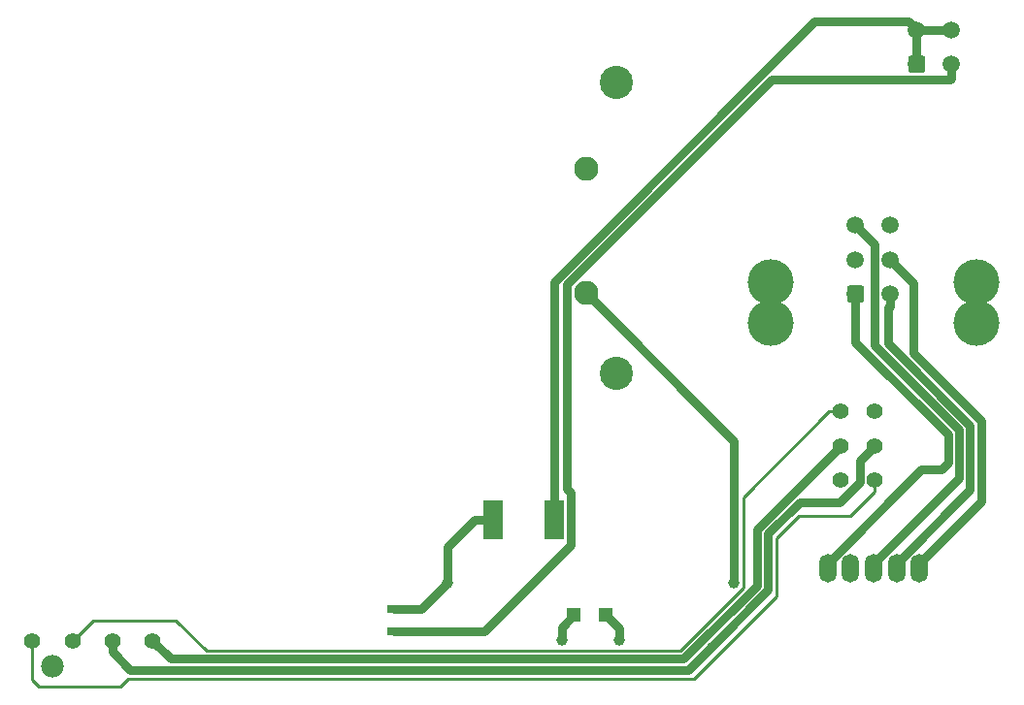
<source format=gtl>
G04 #@! TF.GenerationSoftware,KiCad,Pcbnew,5.1.4-e60b266~84~ubuntu18.04.1*
G04 #@! TF.CreationDate,2020-01-06T17:57:10-05:00*
G04 #@! TF.ProjectId,AIR_MINUS,4149525f-4d49-44e5-9553-2e6b69636164,rev?*
G04 #@! TF.SameCoordinates,Original*
G04 #@! TF.FileFunction,Copper,L1,Top*
G04 #@! TF.FilePolarity,Positive*
%FSLAX46Y46*%
G04 Gerber Fmt 4.6, Leading zero omitted, Abs format (unit mm)*
G04 Created by KiCad (PCBNEW 5.1.4-e60b266~84~ubuntu18.04.1) date 2020-01-06 17:57:10*
%MOMM*%
%LPD*%
G04 APERTURE LIST*
%ADD10O,1.500000X2.500000*%
%ADD11C,4.000000*%
%ADD12C,1.000000*%
%ADD13C,1.500000*%
%ADD14C,0.100000*%
%ADD15R,1.200000X1.200000*%
%ADD16R,1.780000X3.500000*%
%ADD17C,1.397000*%
%ADD18C,1.981000*%
%ADD19C,2.900000*%
%ADD20C,2.120000*%
%ADD21R,1.300000X0.700000*%
%ADD22C,1.400000*%
%ADD23C,0.762000*%
%ADD24C,0.250000*%
G04 APERTURE END LIST*
D10*
X135352800Y-169526000D03*
X137352800Y-169526000D03*
X139352800Y-169526000D03*
X141352800Y-169526000D03*
D11*
X130352800Y-148026000D03*
X130352800Y-144526000D03*
X148352800Y-144526000D03*
D10*
X143352800Y-169526000D03*
D11*
X148352800Y-148026000D03*
D12*
X117158800Y-175789600D03*
X112158800Y-175789600D03*
X127158800Y-170789600D03*
X102158800Y-170789600D03*
D13*
X140769600Y-139542000D03*
X140769600Y-142542000D03*
X140769600Y-145542000D03*
X137769600Y-139542000D03*
X137769600Y-142542000D03*
D14*
G36*
X138294104Y-144793204D02*
G01*
X138318373Y-144796804D01*
X138342171Y-144802765D01*
X138365271Y-144811030D01*
X138387449Y-144821520D01*
X138408493Y-144834133D01*
X138428198Y-144848747D01*
X138446377Y-144865223D01*
X138462853Y-144883402D01*
X138477467Y-144903107D01*
X138490080Y-144924151D01*
X138500570Y-144946329D01*
X138508835Y-144969429D01*
X138514796Y-144993227D01*
X138518396Y-145017496D01*
X138519600Y-145042000D01*
X138519600Y-146042000D01*
X138518396Y-146066504D01*
X138514796Y-146090773D01*
X138508835Y-146114571D01*
X138500570Y-146137671D01*
X138490080Y-146159849D01*
X138477467Y-146180893D01*
X138462853Y-146200598D01*
X138446377Y-146218777D01*
X138428198Y-146235253D01*
X138408493Y-146249867D01*
X138387449Y-146262480D01*
X138365271Y-146272970D01*
X138342171Y-146281235D01*
X138318373Y-146287196D01*
X138294104Y-146290796D01*
X138269600Y-146292000D01*
X137269600Y-146292000D01*
X137245096Y-146290796D01*
X137220827Y-146287196D01*
X137197029Y-146281235D01*
X137173929Y-146272970D01*
X137151751Y-146262480D01*
X137130707Y-146249867D01*
X137111002Y-146235253D01*
X137092823Y-146218777D01*
X137076347Y-146200598D01*
X137061733Y-146180893D01*
X137049120Y-146159849D01*
X137038630Y-146137671D01*
X137030365Y-146114571D01*
X137024404Y-146090773D01*
X137020804Y-146066504D01*
X137019600Y-146042000D01*
X137019600Y-145042000D01*
X137020804Y-145017496D01*
X137024404Y-144993227D01*
X137030365Y-144969429D01*
X137038630Y-144946329D01*
X137049120Y-144924151D01*
X137061733Y-144903107D01*
X137076347Y-144883402D01*
X137092823Y-144865223D01*
X137111002Y-144848747D01*
X137130707Y-144834133D01*
X137151751Y-144821520D01*
X137173929Y-144811030D01*
X137197029Y-144802765D01*
X137220827Y-144796804D01*
X137245096Y-144793204D01*
X137269600Y-144792000D01*
X138269600Y-144792000D01*
X138294104Y-144793204D01*
X138294104Y-144793204D01*
G37*
D13*
X137769600Y-145542000D03*
D15*
X113204800Y-173583600D03*
X116004800Y-173583600D03*
D16*
X106172000Y-165252400D03*
X111452000Y-165252400D03*
D17*
X76471600Y-175818800D03*
X72971600Y-175818800D03*
D18*
X67721600Y-178048800D03*
D17*
X65971600Y-175818800D03*
X69471600Y-175818800D03*
D13*
X146103600Y-122476000D03*
X146103600Y-125476000D03*
X143103600Y-122476000D03*
D14*
G36*
X143628104Y-124727204D02*
G01*
X143652373Y-124730804D01*
X143676171Y-124736765D01*
X143699271Y-124745030D01*
X143721449Y-124755520D01*
X143742493Y-124768133D01*
X143762198Y-124782747D01*
X143780377Y-124799223D01*
X143796853Y-124817402D01*
X143811467Y-124837107D01*
X143824080Y-124858151D01*
X143834570Y-124880329D01*
X143842835Y-124903429D01*
X143848796Y-124927227D01*
X143852396Y-124951496D01*
X143853600Y-124976000D01*
X143853600Y-125976000D01*
X143852396Y-126000504D01*
X143848796Y-126024773D01*
X143842835Y-126048571D01*
X143834570Y-126071671D01*
X143824080Y-126093849D01*
X143811467Y-126114893D01*
X143796853Y-126134598D01*
X143780377Y-126152777D01*
X143762198Y-126169253D01*
X143742493Y-126183867D01*
X143721449Y-126196480D01*
X143699271Y-126206970D01*
X143676171Y-126215235D01*
X143652373Y-126221196D01*
X143628104Y-126224796D01*
X143603600Y-126226000D01*
X142603600Y-126226000D01*
X142579096Y-126224796D01*
X142554827Y-126221196D01*
X142531029Y-126215235D01*
X142507929Y-126206970D01*
X142485751Y-126196480D01*
X142464707Y-126183867D01*
X142445002Y-126169253D01*
X142426823Y-126152777D01*
X142410347Y-126134598D01*
X142395733Y-126114893D01*
X142383120Y-126093849D01*
X142372630Y-126071671D01*
X142364365Y-126048571D01*
X142358404Y-126024773D01*
X142354804Y-126000504D01*
X142353600Y-125976000D01*
X142353600Y-124976000D01*
X142354804Y-124951496D01*
X142358404Y-124927227D01*
X142364365Y-124903429D01*
X142372630Y-124880329D01*
X142383120Y-124858151D01*
X142395733Y-124837107D01*
X142410347Y-124817402D01*
X142426823Y-124799223D01*
X142445002Y-124782747D01*
X142464707Y-124768133D01*
X142485751Y-124755520D01*
X142507929Y-124745030D01*
X142531029Y-124736765D01*
X142554827Y-124730804D01*
X142579096Y-124727204D01*
X142603600Y-124726000D01*
X143603600Y-124726000D01*
X143628104Y-124727204D01*
X143628104Y-124727204D01*
G37*
D13*
X143103600Y-125476000D03*
D19*
X116919200Y-152476200D03*
X116919200Y-127076200D03*
D20*
X114249200Y-145469200D03*
X114249200Y-134569200D03*
D21*
X97485200Y-173075600D03*
X97485200Y-174975600D03*
D22*
X139444000Y-155800800D03*
X139444000Y-158800800D03*
X139444000Y-161800800D03*
X136444000Y-155800800D03*
X136444000Y-158800800D03*
X136444000Y-161800800D03*
D23*
X117158800Y-174737600D02*
X116004800Y-173583600D01*
X117158800Y-175789600D02*
X117158800Y-174737600D01*
X112158800Y-174629600D02*
X113204800Y-173583600D01*
X112158800Y-175789600D02*
X112158800Y-174629600D01*
X99872800Y-173075600D02*
X102158800Y-170789600D01*
X97485200Y-173075600D02*
X99872800Y-173075600D01*
X102158800Y-167613600D02*
X104520000Y-165252400D01*
X104520000Y-165252400D02*
X106172000Y-165252400D01*
X102158800Y-170789600D02*
X102158800Y-167613600D01*
D24*
X71249600Y-174040800D02*
X69471600Y-175818800D01*
X78486000Y-174040800D02*
X71249600Y-174040800D01*
X136444000Y-155800800D02*
X135454051Y-155800800D01*
X135454051Y-155800800D02*
X127983801Y-163271050D01*
X127983801Y-163271050D02*
X127983801Y-171185601D01*
X81138201Y-176693001D02*
X78486000Y-174040800D01*
X127983801Y-171185601D02*
X122476401Y-176693001D01*
X122476401Y-176693001D02*
X81138201Y-176693001D01*
X65971600Y-179255600D02*
X65971600Y-175818800D01*
X66548000Y-179832000D02*
X65971600Y-179255600D01*
X74338124Y-179171600D02*
X73677724Y-179832000D01*
X123647200Y-179171600D02*
X74338124Y-179171600D01*
X139444000Y-161800800D02*
X139444000Y-162790749D01*
X73677724Y-179832000D02*
X66548000Y-179832000D01*
X139444000Y-162790749D02*
X137337949Y-164896800D01*
X130852420Y-171966380D02*
X123647200Y-179171600D01*
X137337949Y-164896800D02*
X132842000Y-164896800D01*
X132842000Y-164896800D02*
X130852420Y-166886380D01*
X130852420Y-166886380D02*
X130852420Y-171966380D01*
D23*
X138162999Y-161977683D02*
X136412282Y-163728400D01*
X139444000Y-158800800D02*
X138162999Y-160081801D01*
X138162999Y-160081801D02*
X138162999Y-161977683D01*
X136412282Y-163728400D02*
X132876886Y-163728400D01*
X132876886Y-163728400D02*
X130146410Y-166458876D01*
X130146410Y-166458876D02*
X130146410Y-171381927D01*
X130146410Y-171381927D02*
X125440369Y-176087969D01*
X125440369Y-176087969D02*
X125150736Y-176377600D01*
X74525993Y-178361021D02*
X123167317Y-178361021D01*
X123167317Y-178361021D02*
X125440369Y-176087969D01*
X72971600Y-176806628D02*
X74525993Y-178361021D01*
X72971600Y-175818800D02*
X72971600Y-176806628D01*
X122768839Y-177399011D02*
X129184400Y-170983450D01*
X76471600Y-175818800D02*
X78051811Y-177399011D01*
X78051811Y-177399011D02*
X122768839Y-177399011D01*
X129184400Y-166060400D02*
X136444000Y-158800800D01*
X129184400Y-170983450D02*
X129184400Y-166060400D01*
X146103600Y-122476000D02*
X143103600Y-122476000D01*
X143103600Y-125476000D02*
X143103600Y-122476000D01*
X142353601Y-121726001D02*
X143103600Y-122476000D01*
X134203231Y-121726001D02*
X142353601Y-121726001D01*
X111452000Y-165252400D02*
X111452000Y-144477232D01*
X111452000Y-144477232D02*
X134203231Y-121726001D01*
X127158800Y-158378800D02*
X127158800Y-160534400D01*
X114249200Y-145469200D02*
X127158800Y-158378800D01*
X127158800Y-160106000D02*
X127158800Y-160534400D01*
X127158800Y-160534400D02*
X127158800Y-170789600D01*
X135352800Y-169143668D02*
X135352800Y-169526000D01*
X137769600Y-145542000D02*
X137769600Y-149726518D01*
X137769600Y-149726518D02*
X145845001Y-157801919D01*
X145845001Y-157801919D02*
X145845001Y-160275799D01*
X135352800Y-169026000D02*
X135352800Y-169526000D01*
X145238999Y-160881801D02*
X143496999Y-160881801D01*
X143496999Y-160881801D02*
X135352800Y-169026000D01*
X145845001Y-160275799D02*
X145238999Y-160881801D01*
X146807011Y-161571789D02*
X139352800Y-169026000D01*
X146807011Y-157403442D02*
X146807011Y-161571789D01*
X139352800Y-169026000D02*
X139352800Y-169526000D01*
X139438599Y-150035031D02*
X146807011Y-157403442D01*
X137769600Y-139542000D02*
X139438599Y-141210999D01*
X139438599Y-141210999D02*
X139438599Y-150035031D01*
X141352800Y-169026000D02*
X141352800Y-169526000D01*
X140769600Y-146602660D02*
X140628599Y-146743661D01*
X140769600Y-145542000D02*
X140769600Y-146602660D01*
X140628599Y-146743661D02*
X140628599Y-149864544D01*
X147769021Y-157004965D02*
X147769021Y-162609779D01*
X140628599Y-149864544D02*
X147769021Y-157004965D01*
X147769021Y-162609779D02*
X141352800Y-169026000D01*
X148731031Y-156606488D02*
X148731031Y-163647769D01*
X142790601Y-150666059D02*
X148731031Y-156606488D01*
X142790601Y-144563001D02*
X142790601Y-150666059D01*
X140769600Y-142542000D02*
X142790601Y-144563001D01*
X143352800Y-169026000D02*
X143352800Y-169526000D01*
X148731031Y-163647769D02*
X143352800Y-169026000D01*
X112923001Y-167467201D02*
X112923001Y-162850915D01*
X97485200Y-174975600D02*
X105414602Y-174975600D01*
X105414602Y-174975600D02*
X112923001Y-167467201D01*
X130482708Y-126807010D02*
X146039790Y-126807010D01*
X112608199Y-144681519D02*
X130482708Y-126807010D01*
X112923001Y-162850915D02*
X112608199Y-162536113D01*
X112608199Y-162536113D02*
X112608199Y-144681519D01*
X146103600Y-126743200D02*
X146103600Y-125476000D01*
X146039790Y-126807010D02*
X146103600Y-126743200D01*
M02*

</source>
